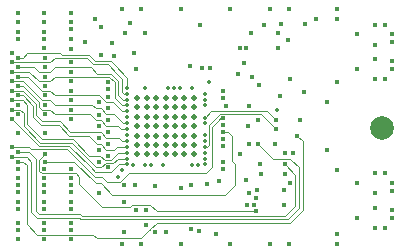
<source format=gbr>
G04 (created by PCBNEW (2013-07-07 BZR 4022)-stable) date 24/11/2015 00:30:32*
%MOIN*%
G04 Gerber Fmt 3.4, Leading zero omitted, Abs format*
%FSLAX34Y34*%
G01*
G70*
G90*
G04 APERTURE LIST*
%ADD10C,0.00590551*%
%ADD11C,0.019685*%
%ADD12C,0.0787402*%
%ADD13C,0.015748*%
%ADD14C,0.0137795*%
%ADD15C,0.00393701*%
G04 APERTURE END LIST*
G54D10*
G54D11*
X68307Y-52992D03*
X68937Y-52992D03*
X68622Y-52992D03*
X67677Y-52992D03*
X67992Y-52992D03*
X67362Y-52992D03*
X67047Y-52992D03*
X67047Y-52677D03*
X67362Y-52677D03*
X67992Y-52677D03*
X67677Y-52677D03*
X68622Y-52677D03*
X68937Y-52677D03*
X68307Y-52677D03*
X68307Y-52362D03*
X68937Y-52362D03*
X68622Y-52362D03*
X67677Y-52362D03*
X67992Y-52362D03*
X67362Y-52362D03*
X67047Y-52362D03*
X67047Y-51732D03*
X67362Y-51732D03*
X67992Y-51732D03*
X67677Y-51732D03*
X68622Y-51732D03*
X68937Y-51732D03*
X68307Y-51732D03*
X68307Y-52047D03*
X68937Y-52047D03*
X68622Y-52047D03*
X67677Y-52047D03*
X67992Y-52047D03*
X67362Y-52047D03*
X67047Y-52047D03*
X67047Y-51417D03*
X67362Y-51417D03*
X67992Y-51417D03*
X67677Y-51417D03*
X68622Y-51417D03*
X68937Y-51417D03*
X68307Y-51417D03*
X68307Y-51102D03*
X68937Y-51102D03*
X68622Y-51102D03*
X67677Y-51102D03*
X67992Y-51102D03*
X67362Y-51102D03*
X67047Y-51102D03*
G54D12*
X75196Y-52106D03*
G54D13*
X64842Y-54251D03*
X63070Y-54251D03*
X63956Y-54251D03*
X66614Y-55590D03*
X69685Y-55649D03*
X72618Y-50905D03*
X72244Y-52952D03*
X72657Y-48641D03*
X63956Y-54566D03*
X63070Y-54566D03*
X64842Y-54566D03*
X66811Y-48602D03*
X71082Y-51850D03*
X67303Y-48956D03*
X72125Y-53937D03*
X69133Y-48681D03*
X66633Y-48956D03*
X69114Y-55551D03*
X72480Y-51850D03*
X70610Y-49940D03*
X68838Y-54015D03*
X68838Y-55492D03*
X71082Y-52637D03*
X62874Y-53070D03*
X63976Y-52992D03*
X71003Y-54881D03*
X63070Y-53228D03*
X72381Y-52381D03*
X63070Y-52913D03*
X71988Y-53326D03*
X71830Y-48641D03*
X72066Y-49192D03*
X71948Y-54665D03*
X71948Y-54173D03*
X71043Y-54173D03*
X70925Y-54685D03*
X70708Y-54685D03*
X71732Y-49448D03*
X71279Y-48681D03*
X70826Y-48956D03*
X71732Y-48956D03*
X70472Y-49448D03*
X70688Y-49448D03*
X64842Y-49133D03*
X64842Y-54015D03*
X64842Y-53779D03*
X64842Y-48818D03*
X64842Y-48582D03*
X64842Y-48267D03*
X74960Y-49330D03*
X74960Y-49822D03*
X64842Y-55826D03*
X64842Y-55511D03*
X64842Y-55275D03*
X64842Y-53464D03*
X62874Y-49606D03*
X64842Y-49488D03*
X63956Y-49448D03*
X63956Y-48897D03*
X63070Y-49133D03*
X63956Y-49133D03*
X63956Y-48267D03*
X63956Y-48582D03*
X63070Y-48267D03*
X63070Y-48582D03*
X63070Y-48897D03*
X63956Y-55826D03*
X63956Y-55275D03*
X63070Y-55275D03*
X63956Y-55511D03*
X63070Y-55511D03*
X63070Y-55826D03*
X64842Y-54803D03*
X63956Y-54803D03*
X63956Y-54015D03*
X63956Y-53779D03*
X63956Y-53464D03*
X63070Y-54803D03*
X63070Y-54015D03*
X63070Y-53779D03*
X63070Y-53464D03*
X65846Y-48759D03*
X66555Y-55964D03*
X67185Y-55964D03*
X68523Y-55964D03*
X70137Y-55964D03*
X71476Y-55964D03*
X72106Y-55964D03*
X73720Y-55964D03*
X73720Y-55629D03*
X73720Y-53523D03*
X73366Y-52854D03*
X73720Y-50570D03*
X73366Y-51240D03*
X73720Y-48464D03*
X73011Y-48464D03*
X73720Y-48129D03*
X72106Y-48129D03*
X71476Y-48129D03*
X70137Y-48129D03*
X68523Y-48129D03*
X67185Y-48129D03*
X66555Y-48129D03*
X65649Y-48464D03*
X65295Y-49232D03*
X74370Y-55118D03*
X74370Y-53937D03*
X75314Y-55433D03*
X75314Y-53622D03*
X75314Y-50472D03*
X75314Y-48661D03*
X67657Y-55590D03*
X68011Y-55590D03*
X67007Y-54842D03*
X65846Y-49685D03*
X65767Y-54271D03*
G54D14*
X68484Y-50767D03*
X68287Y-50767D03*
X69074Y-53346D03*
G54D13*
X69488Y-50118D03*
X75551Y-54842D03*
X75551Y-54212D03*
X74960Y-54763D03*
X74960Y-55433D03*
X75551Y-55118D03*
X74960Y-54291D03*
X74960Y-53622D03*
X75551Y-53937D03*
X74960Y-50472D03*
X75551Y-50157D03*
X75551Y-49881D03*
X75551Y-49251D03*
X74960Y-48661D03*
X75551Y-48976D03*
X68818Y-50039D03*
X67342Y-55334D03*
X67342Y-54842D03*
X72125Y-50472D03*
G54D14*
X68877Y-50767D03*
G54D13*
X68503Y-54094D03*
X70767Y-54291D03*
G54D14*
X68877Y-53346D03*
G54D13*
X71633Y-52637D03*
X69783Y-53877D03*
X70669Y-53858D03*
X71988Y-53641D03*
X70748Y-52047D03*
X66279Y-49724D03*
X66948Y-49625D03*
X71141Y-53326D03*
X71988Y-52952D03*
X70787Y-52637D03*
X71811Y-51043D03*
X71122Y-50669D03*
X70787Y-51377D03*
X70866Y-50393D03*
X70393Y-50295D03*
X74370Y-50157D03*
X74370Y-48976D03*
X66200Y-49291D03*
X65787Y-51259D03*
G54D14*
X69291Y-51948D03*
X67500Y-53346D03*
G54D13*
X67657Y-54055D03*
G54D14*
X69448Y-50570D03*
G54D13*
X69921Y-53228D03*
X69921Y-52017D03*
G54D14*
X67322Y-50767D03*
G54D13*
X67007Y-50137D03*
X69370Y-53976D03*
G54D14*
X69291Y-51161D03*
G54D13*
X69901Y-50866D03*
X66968Y-53996D03*
X66062Y-50590D03*
G54D14*
X66712Y-52342D03*
X66712Y-51751D03*
G54D13*
X69901Y-51102D03*
G54D14*
X69291Y-53326D03*
X68090Y-50767D03*
G54D13*
X69192Y-50118D03*
G54D14*
X67893Y-53346D03*
X67303Y-53346D03*
X71712Y-51515D03*
X69291Y-50964D03*
X69291Y-53129D03*
G54D13*
X69921Y-53484D03*
X66614Y-54566D03*
G54D14*
X66909Y-53346D03*
G54D13*
X69921Y-52696D03*
X69921Y-52460D03*
G54D14*
X69291Y-52549D03*
G54D13*
X71003Y-54438D03*
G54D14*
X69291Y-52352D03*
G54D13*
X71181Y-53641D03*
G54D14*
X69291Y-52933D03*
G54D13*
X70472Y-52972D03*
G54D14*
X69291Y-51358D03*
G54D13*
X70000Y-51377D03*
X63976Y-53228D03*
X69921Y-52244D03*
X69921Y-51791D03*
X62874Y-52755D03*
X66062Y-52244D03*
X63976Y-50708D03*
X65787Y-52047D03*
X64842Y-50551D03*
X62874Y-50551D03*
G54D14*
X66712Y-51948D03*
G54D13*
X63976Y-49763D03*
X66062Y-50826D03*
X63070Y-49763D03*
G54D14*
X66712Y-50767D03*
G54D13*
X63976Y-50393D03*
X66062Y-51850D03*
X63070Y-50393D03*
G54D14*
X66712Y-51555D03*
G54D13*
X64842Y-50236D03*
X65787Y-51673D03*
X62874Y-50236D03*
G54D14*
X66712Y-51358D03*
G54D13*
X63976Y-50078D03*
X66062Y-51456D03*
G54D14*
X66712Y-51161D03*
G54D13*
X63070Y-50078D03*
X64842Y-49921D03*
X66062Y-51062D03*
X62874Y-49921D03*
G54D14*
X66712Y-50964D03*
G54D13*
X63070Y-50708D03*
G54D14*
X66712Y-52145D03*
G54D13*
X63976Y-52283D03*
G54D14*
X69291Y-51761D03*
G54D13*
X71673Y-51850D03*
X65787Y-52440D03*
X64842Y-50866D03*
X66062Y-52637D03*
X63976Y-51023D03*
G54D14*
X66712Y-52736D03*
G54D13*
X63070Y-51023D03*
X63976Y-51653D03*
G54D14*
X66535Y-53523D03*
G54D13*
X63070Y-51653D03*
X66614Y-53996D03*
X64842Y-51811D03*
X65787Y-52834D03*
X62874Y-51181D03*
G54D14*
X66712Y-52933D03*
G54D13*
X64842Y-51496D03*
X66062Y-53031D03*
X62874Y-51496D03*
G54D14*
X66712Y-53129D03*
G54D13*
X64842Y-51181D03*
X65787Y-53248D03*
G54D14*
X66712Y-53326D03*
G54D13*
X62874Y-51811D03*
X63976Y-51338D03*
X66062Y-53425D03*
X63070Y-51338D03*
G54D14*
X66417Y-53759D03*
G54D13*
X62874Y-50866D03*
G54D14*
X66712Y-52539D03*
G54D13*
X63070Y-52283D03*
X71673Y-52145D03*
G54D14*
X69291Y-52746D03*
G54D15*
X63523Y-54488D02*
X63523Y-54901D01*
X63720Y-55098D02*
X64350Y-55098D01*
X63523Y-54901D02*
X63720Y-55098D01*
X64468Y-55098D02*
X64350Y-55098D01*
X65118Y-55098D02*
X65177Y-55157D01*
X64468Y-55098D02*
X65118Y-55098D01*
X65177Y-55157D02*
X66043Y-55157D01*
X72440Y-53661D02*
X72440Y-53425D01*
X71574Y-53129D02*
X71082Y-52637D01*
X72145Y-53129D02*
X71574Y-53129D01*
X72440Y-53425D02*
X72145Y-53129D01*
X71614Y-55157D02*
X72066Y-55157D01*
X72440Y-54783D02*
X72440Y-53661D01*
X72066Y-55157D02*
X72440Y-54783D01*
X66043Y-55157D02*
X71614Y-55157D01*
X64350Y-55098D02*
X64271Y-55098D01*
X62874Y-53070D02*
X63366Y-53070D01*
X63366Y-53070D02*
X63523Y-53228D01*
X63523Y-53228D02*
X63523Y-54488D01*
X63523Y-54488D02*
X63523Y-54665D01*
X66377Y-54744D02*
X65885Y-54744D01*
X63779Y-53188D02*
X63976Y-52992D01*
X63779Y-53543D02*
X63779Y-53188D01*
X63858Y-53622D02*
X63779Y-53543D01*
X65000Y-53622D02*
X63858Y-53622D01*
X65118Y-53740D02*
X65000Y-53622D01*
X65118Y-53976D02*
X65118Y-53740D01*
X65885Y-54744D02*
X65118Y-53976D01*
X71003Y-54881D02*
X67696Y-54881D01*
X66791Y-54744D02*
X66377Y-54744D01*
X66377Y-54744D02*
X65984Y-54744D01*
X66870Y-54665D02*
X66791Y-54744D01*
X67696Y-54881D02*
X67480Y-54665D01*
X67480Y-54665D02*
X66870Y-54665D01*
X70314Y-54881D02*
X71003Y-54881D01*
X63366Y-54744D02*
X63366Y-55314D01*
X67185Y-55787D02*
X67480Y-55492D01*
X65708Y-55787D02*
X67185Y-55787D01*
X65590Y-55669D02*
X65708Y-55787D01*
X63720Y-55669D02*
X65590Y-55669D01*
X63366Y-55314D02*
X63720Y-55669D01*
X63070Y-53228D02*
X63248Y-53228D01*
X63366Y-53346D02*
X63366Y-54744D01*
X63248Y-53228D02*
X63366Y-53346D01*
X72559Y-54625D02*
X72559Y-54842D01*
X72559Y-52559D02*
X72381Y-52381D01*
X72559Y-54625D02*
X72559Y-52559D01*
X72559Y-54842D02*
X72125Y-55275D01*
X72125Y-55275D02*
X67696Y-55275D01*
X67696Y-55275D02*
X67480Y-55492D01*
X67480Y-55492D02*
X67460Y-55511D01*
X63661Y-53346D02*
X63661Y-54862D01*
X63779Y-54980D02*
X64330Y-54980D01*
X63661Y-54862D02*
X63779Y-54980D01*
X64586Y-54980D02*
X64330Y-54980D01*
X65216Y-55039D02*
X66082Y-55039D01*
X66496Y-55039D02*
X69763Y-55039D01*
X66496Y-55039D02*
X66082Y-55039D01*
X64586Y-54980D02*
X65157Y-54980D01*
X65157Y-54980D02*
X65216Y-55039D01*
X63070Y-52913D02*
X63444Y-52913D01*
X63444Y-52913D02*
X63661Y-53129D01*
X63661Y-53129D02*
X63661Y-53346D01*
X71220Y-55039D02*
X71988Y-55039D01*
X72322Y-53661D02*
X71988Y-53326D01*
X72322Y-54704D02*
X72322Y-53661D01*
X71988Y-55039D02*
X72322Y-54704D01*
X69763Y-55039D02*
X71220Y-55039D01*
X69763Y-55039D02*
X69940Y-55039D01*
X63976Y-53228D02*
X64940Y-53228D01*
X64940Y-53228D02*
X65669Y-53956D01*
X70314Y-53602D02*
X70314Y-53326D01*
X70196Y-52381D02*
X70059Y-52244D01*
X70196Y-53208D02*
X70196Y-52381D01*
X70314Y-53326D02*
X70196Y-53208D01*
X69133Y-54350D02*
X69960Y-54350D01*
X70059Y-52244D02*
X69921Y-52244D01*
X70314Y-53996D02*
X70314Y-53602D01*
X69960Y-54350D02*
X70314Y-53996D01*
X69133Y-54350D02*
X66220Y-54350D01*
X65826Y-53956D02*
X65669Y-53956D01*
X66220Y-54350D02*
X65826Y-53956D01*
X63877Y-52814D02*
X63503Y-52814D01*
X63503Y-52814D02*
X63444Y-52755D01*
X64704Y-52814D02*
X63877Y-52814D01*
X66043Y-53917D02*
X65885Y-53759D01*
X65885Y-53759D02*
X65767Y-53759D01*
X65649Y-53759D02*
X64862Y-52972D01*
X65767Y-53759D02*
X65649Y-53759D01*
X64704Y-52814D02*
X64862Y-52972D01*
X69803Y-51791D02*
X69763Y-51830D01*
X69527Y-53031D02*
X69527Y-52066D01*
X69527Y-52066D02*
X69763Y-51830D01*
X69921Y-51791D02*
X69803Y-51791D01*
X69527Y-53425D02*
X69330Y-53622D01*
X69330Y-53622D02*
X66771Y-53622D01*
X66771Y-53622D02*
X66476Y-53917D01*
X66476Y-53917D02*
X66043Y-53917D01*
X69527Y-53031D02*
X69527Y-53425D01*
X63444Y-52755D02*
X62874Y-52755D01*
X62874Y-50551D02*
X63248Y-50551D01*
X65551Y-51338D02*
X65669Y-51456D01*
X64311Y-51338D02*
X65551Y-51338D01*
X64153Y-51181D02*
X64311Y-51338D01*
X63877Y-51181D02*
X64153Y-51181D01*
X63248Y-50551D02*
X63877Y-51181D01*
X65669Y-51456D02*
X65826Y-51456D01*
X65826Y-51456D02*
X66023Y-51653D01*
X66023Y-51653D02*
X66279Y-51653D01*
X66279Y-51653D02*
X66574Y-51948D01*
X66574Y-51948D02*
X66712Y-51948D01*
X63070Y-49763D02*
X63228Y-49763D01*
X63385Y-49606D02*
X64468Y-49606D01*
X63228Y-49763D02*
X63385Y-49606D01*
X64921Y-49665D02*
X65433Y-49665D01*
X65433Y-49665D02*
X65649Y-49881D01*
X65649Y-49881D02*
X66161Y-49881D01*
X66161Y-49881D02*
X66259Y-49980D01*
X66712Y-50433D02*
X66712Y-50767D01*
X66259Y-49980D02*
X66712Y-50433D01*
X64527Y-49665D02*
X64921Y-49665D01*
X64921Y-49665D02*
X64960Y-49665D01*
X64468Y-49606D02*
X64527Y-49665D01*
X63070Y-50393D02*
X63405Y-50393D01*
X64311Y-51023D02*
X65787Y-51023D01*
X64153Y-50866D02*
X64311Y-51023D01*
X63877Y-50866D02*
X64153Y-50866D01*
X63405Y-50393D02*
X63877Y-50866D01*
X65787Y-51023D02*
X66023Y-51259D01*
X66023Y-51259D02*
X66240Y-51259D01*
X66240Y-51259D02*
X66535Y-51555D01*
X66535Y-51555D02*
X66712Y-51555D01*
X62874Y-50236D02*
X63444Y-50236D01*
X64291Y-50393D02*
X65885Y-50393D01*
X64133Y-50551D02*
X64291Y-50393D01*
X63759Y-50551D02*
X64133Y-50551D01*
X63444Y-50236D02*
X63759Y-50551D01*
X65885Y-50393D02*
X66102Y-50393D01*
X66102Y-50393D02*
X66299Y-50590D01*
X66299Y-50590D02*
X66299Y-51122D01*
X66299Y-51122D02*
X66535Y-51358D01*
X66535Y-51358D02*
X66712Y-51358D01*
X63070Y-50078D02*
X63602Y-50078D01*
X66574Y-51161D02*
X66712Y-51161D01*
X66417Y-51003D02*
X66574Y-51161D01*
X66417Y-50531D02*
X66417Y-51003D01*
X66181Y-50295D02*
X66417Y-50531D01*
X66181Y-50295D02*
X65708Y-50295D01*
X65492Y-50078D02*
X65708Y-50295D01*
X64291Y-50078D02*
X65492Y-50078D01*
X64133Y-50236D02*
X64291Y-50078D01*
X63759Y-50236D02*
X64133Y-50236D01*
X63602Y-50078D02*
X63759Y-50236D01*
X66062Y-49980D02*
X65590Y-49980D01*
X64133Y-49921D02*
X64291Y-49763D01*
X64291Y-49763D02*
X65374Y-49763D01*
X65374Y-49763D02*
X65590Y-49980D01*
X66062Y-49980D02*
X66377Y-50295D01*
X66614Y-50964D02*
X66712Y-50964D01*
X66555Y-50905D02*
X66614Y-50964D01*
X66555Y-50472D02*
X66555Y-50905D01*
X66377Y-50295D02*
X66555Y-50472D01*
X62874Y-49921D02*
X64133Y-49921D01*
X63070Y-50708D02*
X63228Y-50708D01*
X65472Y-51653D02*
X65669Y-51850D01*
X64311Y-51653D02*
X65472Y-51653D01*
X64153Y-51496D02*
X64311Y-51653D01*
X63858Y-51496D02*
X64153Y-51496D01*
X63779Y-51417D02*
X63858Y-51496D01*
X63779Y-51259D02*
X63779Y-51417D01*
X63228Y-50708D02*
X63779Y-51259D01*
X65669Y-51850D02*
X65826Y-51850D01*
X65826Y-51850D02*
X66023Y-52047D01*
X66023Y-52047D02*
X66417Y-52047D01*
X66417Y-52047D02*
X66515Y-52145D01*
X66515Y-52145D02*
X66712Y-52145D01*
X69960Y-51535D02*
X69517Y-51535D01*
X69517Y-51535D02*
X69291Y-51761D01*
X71673Y-51850D02*
X71358Y-51535D01*
X71358Y-51535D02*
X69960Y-51535D01*
X63582Y-51555D02*
X63582Y-51751D01*
X64429Y-52007D02*
X64783Y-52362D01*
X63838Y-52007D02*
X64429Y-52007D01*
X63582Y-51751D02*
X63838Y-52007D01*
X63070Y-51023D02*
X63228Y-51023D01*
X66377Y-52736D02*
X66279Y-52834D01*
X66712Y-52736D02*
X66377Y-52736D01*
X65433Y-52362D02*
X64783Y-52362D01*
X65708Y-52637D02*
X65433Y-52362D01*
X65826Y-52637D02*
X65708Y-52637D01*
X66023Y-52834D02*
X65826Y-52637D01*
X66279Y-52834D02*
X66023Y-52834D01*
X63582Y-51377D02*
X63582Y-51555D01*
X63228Y-51023D02*
X63582Y-51377D01*
X64114Y-52480D02*
X63877Y-52480D01*
X63385Y-51988D02*
X63385Y-51338D01*
X63877Y-52480D02*
X63385Y-51988D01*
X64665Y-52480D02*
X64901Y-52480D01*
X65452Y-53031D02*
X65807Y-53031D01*
X64901Y-52480D02*
X65452Y-53031D01*
X62874Y-51181D02*
X63228Y-51181D01*
X63228Y-51181D02*
X63385Y-51338D01*
X65964Y-53188D02*
X65807Y-53031D01*
X65964Y-53188D02*
X66161Y-53188D01*
X66712Y-52933D02*
X66417Y-52933D01*
X66417Y-52933D02*
X66161Y-53188D01*
X64665Y-52480D02*
X64114Y-52480D01*
X64074Y-52598D02*
X63818Y-52598D01*
X63267Y-51614D02*
X63149Y-51496D01*
X63267Y-52047D02*
X63267Y-51614D01*
X63818Y-52598D02*
X63267Y-52047D01*
X64527Y-52598D02*
X64862Y-52598D01*
X64862Y-52598D02*
X65649Y-53385D01*
X62874Y-51496D02*
X63149Y-51496D01*
X64173Y-52598D02*
X64074Y-52598D01*
X66397Y-53129D02*
X66250Y-53277D01*
X66250Y-53277D02*
X65994Y-53277D01*
X65994Y-53277D02*
X65846Y-53425D01*
X65846Y-53425D02*
X65688Y-53425D01*
X65688Y-53425D02*
X65649Y-53385D01*
X66712Y-53129D02*
X66397Y-53129D01*
X64173Y-52598D02*
X64527Y-52598D01*
X64074Y-52716D02*
X63779Y-52716D01*
X63779Y-52716D02*
X62874Y-51811D01*
X64547Y-52716D02*
X64783Y-52716D01*
X64783Y-52716D02*
X65492Y-53425D01*
X66712Y-53326D02*
X66437Y-53326D01*
X66181Y-53582D02*
X65925Y-53582D01*
X66437Y-53326D02*
X66181Y-53582D01*
X65649Y-53582D02*
X65492Y-53425D01*
X65925Y-53582D02*
X65649Y-53582D01*
X64547Y-52716D02*
X64074Y-52716D01*
X63937Y-51889D02*
X63877Y-51889D01*
X63877Y-51889D02*
X63681Y-51692D01*
X63937Y-51889D02*
X64468Y-51889D01*
X64468Y-51889D02*
X64822Y-52244D01*
X62874Y-50866D02*
X63228Y-50866D01*
X63681Y-51318D02*
X63681Y-51692D01*
X63228Y-50866D02*
X63681Y-51318D01*
X65826Y-52244D02*
X64822Y-52244D01*
X66023Y-52440D02*
X65826Y-52244D01*
X66555Y-52539D02*
X66456Y-52440D01*
X66456Y-52440D02*
X66023Y-52440D01*
X66712Y-52539D02*
X66555Y-52539D01*
X69429Y-52224D02*
X69429Y-52007D01*
X69429Y-52007D02*
X69803Y-51633D01*
X71161Y-51633D02*
X71673Y-52145D01*
X69803Y-51633D02*
X71161Y-51633D01*
X69291Y-52746D02*
X69360Y-52746D01*
X69429Y-52677D02*
X69429Y-52224D01*
X69360Y-52746D02*
X69429Y-52677D01*
M02*

</source>
